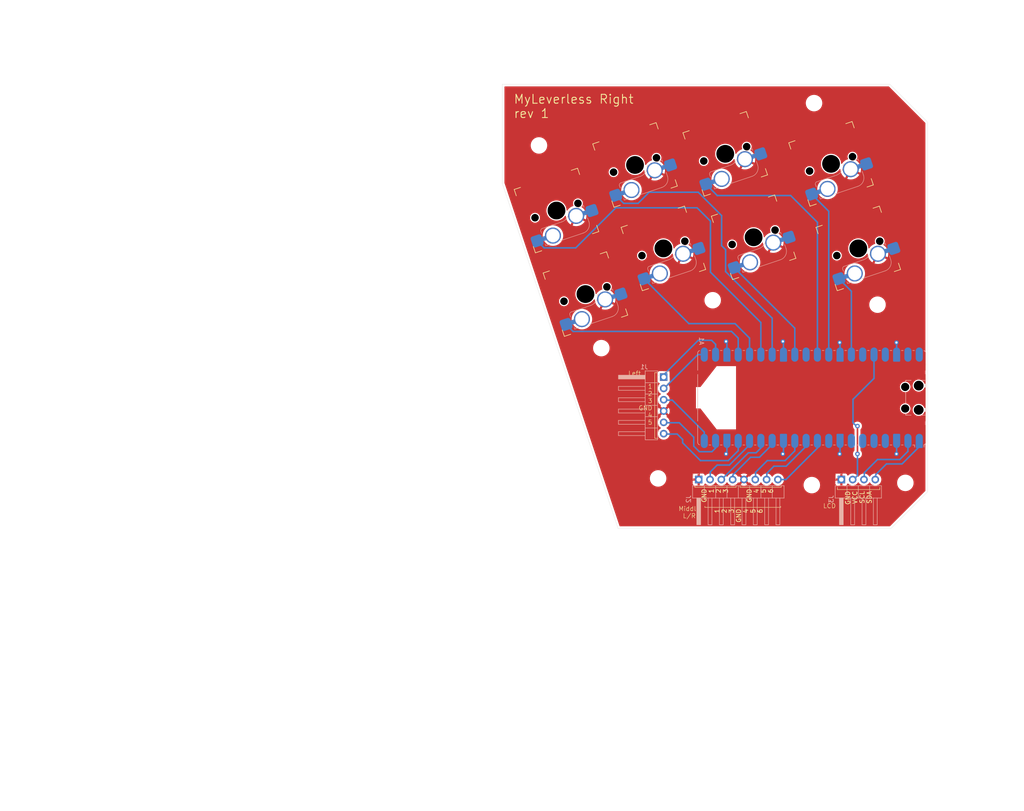
<source format=kicad_pcb>
(kicad_pcb (version 20241229) (generator "pcbnew") (generator_version "9.0")
  (layers (0 "F.Cu" signal) (2 "B.Cu" signal) (13 "F.Paste" user) (15 "B.Paste" user) (5 "F.SilkS" user "F.Silkscreen") (7 "B.SilkS" user "B.Silkscreen") (1 "F.Mask" user) (3 "B.Mask" user) (25 "Edge.Cuts" user))
  (net 0 "")
  (net 11 "GND")
  (net 12 "SW6")
  (net 13 "SW5")
  (net 14 "SW3")
  (net 15 "SW2")
  (net 16 "SW7")
  (net 17 "SW8")
  (net 18 "SW4")
  (net 19 "SW1")
  (net 20 "L_SW2")
  (net 21 "L_SW3")
  (net 22 "L_SW4")
  (net 23 "L_SW5")
  (net 24 "L_SW1")
  (net 25 "M_SW3")
  (net 26 "M_SW4")
  (net 27 "M_SW5")
  (net 28 "M_SW1")
  (net 29 "M_SW6")
  (net 30 "M_SW2")
  (net 31 "LCD_VCC")
  (net 32 "LCD_SDA")
  (net 33 "LCD_SCL")
  (footprint "KeySwitches:SW_MX_HotSwap_PTH" (layer "F.Cu") (at 148.933642 78.86527 18.54)
    (property "Reference" "SW1" (hide yes))
    (property "Value" "SW_Push" (hide yes))
    (pad "" np_thru_hole circle (at -5.08 -0.000001 18.54) (size 1.7 1.7) (drill 1.7) (layers "*.Mask"))
    (pad "" np_thru_hole circle (at 0 0 18.54) (size 4 4) (drill 4) (layers "*.Mask"))
    (pad "" np_thru_hole circle (at 5.08 0.000001 18.54) (size 1.7 1.7) (drill 1.7) (layers "*.Mask"))
    (pad "1" smd roundrect (at -6.29 5.08 18.54) (size 2.5 2.55) (layers "B.Cu" "B.Mask" "B.Paste") (roundrect_rratio 0.2) (net 19 "SW1"))
    (pad "1" smd rect (at -4.5 5.08 18.54) (size 3 1) (layers "B.Cu") (net 19 "SW1"))
    (pad "1" thru_hole circle (at -2.54 5.08 18.54) (size 3.6 3.6) (drill 3) (layers "*.Cu" "B.Mask") (net 19 "SW1"))
    (pad "2" thru_hole circle (at 3.81 2.54 18.54) (size 3.6 3.6) (drill 3) (layers "*.Cu" "B.Mask") (net 11 "GND"))
    (pad "2" smd rect (at 6 2.54 18.54) (size 3 1) (layers "B.Cu") (net 11 "GND"))
    (pad "2" smd roundrect (at 7.56 2.54 18.54) (size 2.5 2.55) (layers "B.Cu" "B.Mask" "B.Paste") (roundrect_rratio 0.2) (net 11 "GND"))
  )
  (footprint "KeySwitches:SW_MX_HotSwap_PTH" (layer "F.Cu") (at 142.433642 60.11527 18.54)
    (property "Reference" "SW5" (hide yes))
    (property "Value" "SW_Push" (hide yes))
    (pad "" np_thru_hole circle (at -5.08 -0.000001 18.54) (size 1.7 1.7) (drill 1.7) (layers "*.Mask"))
    (pad "" np_thru_hole circle (at 0 0 18.54) (size 4 4) (drill 4) (layers "*.Mask"))
    (pad "" np_thru_hole circle (at 5.08 0.000001 18.54) (size 1.7 1.7) (drill 1.7) (layers "*.Mask"))
    (pad "1" smd roundrect (at -6.29 5.08 18.54) (size 2.5 2.55) (layers "B.Cu" "B.Mask" "B.Paste") (roundrect_rratio 0.2) (net 13 "SW5"))
    (pad "1" smd rect (at -4.5 5.08 18.54) (size 3 1) (layers "B.Cu") (net 13 "SW5"))
    (pad "1" thru_hole circle (at -2.54 5.08 18.54) (size 3.6 3.6) (drill 3) (layers "*.Cu" "B.Mask") (net 13 "SW5"))
    (pad "2" thru_hole circle (at 3.81 2.54 18.54) (size 3.6 3.6) (drill 3) (layers "*.Cu" "B.Mask") (net 11 "GND"))
    (pad "2" smd rect (at 6 2.54 18.54) (size 3 1) (layers "B.Cu") (net 11 "GND"))
    (pad "2" smd roundrect (at 7.56 2.54 18.54) (size 2.5 2.55) (layers "B.Cu" "B.Mask" "B.Paste") (roundrect_rratio 0.2) (net 11 "GND"))
  )
  (footprint "KeySwitches:SW_MX_HotSwap_PTH" (layer "F.Cu") (at 204.066358 49.63473 18.54)
    (property "Reference" "SW8" (hide yes))
    (property "Value" "SW_Push" (hide yes))
    (pad "" np_thru_hole circle (at -5.08 -0.000001 18.54) (size 1.7 1.7) (drill 1.7) (layers "*.Mask"))
    (pad "" np_thru_hole circle (at 0 0 18.54) (size 4 4) (drill 4) (layers "*.Mask"))
    (pad "" np_thru_hole circle (at 5.08 0.000001 18.54) (size 1.7 1.7) (drill 1.7) (layers "*.Mask"))
    (pad "1" smd roundrect (at -6.29 5.08 18.54) (size 2.5 2.55) (layers "B.Cu" "B.Mask" "B.Paste") (roundrect_rratio 0.2) (net 17 "SW8"))
    (pad "1" smd rect (at -4.5 5.08 18.54) (size 3 1) (layers "B.Cu") (net 17 "SW8"))
    (pad "1" thru_hole circle (at -2.54 5.08 18.54) (size 3.6 3.6) (drill 3) (layers "*.Cu" "B.Mask") (net 17 "SW8"))
    (pad "2" thru_hole circle (at 3.81 2.54 18.54) (size 3.6 3.6) (drill 3) (layers "*.Cu" "B.Mask") (net 11 "GND"))
    (pad "2" smd rect (at 6 2.54 18.54) (size 3 1) (layers "B.Cu") (net 11 "GND"))
    (pad "2" smd roundrect (at 7.56 2.54 18.54) (size 2.5 2.55) (layers "B.Cu" "B.Mask" "B.Paste") (roundrect_rratio 0.2) (net 11 "GND"))
  )
  (footprint "MountingHole:MountingHole_3.2mm_M3_DIN965" (layer "F.Cu") (at 220.75 121.25)
    (property "Reference" "H8" (hide yes))
    (property "Value" "MountingHole" (hide yes))
    (pad "" np_thru_hole circle (at 0 0) (size 3.2 3.2) (drill 3.2) (layers "*.Cu" "*.Mask"))
  )
  (footprint "MountingHole:MountingHole_3.2mm_M3_DIN965" (layer "F.Cu") (at 138.5 45.5)
    (property "Reference" "H1" (hide yes))
    (property "Value" "MountingHole" (hide yes))
    (pad "" np_thru_hole circle (at 0 0) (size 3.2 3.2) (drill 3.2) (layers "*.Cu" "*.Mask"))
  )
  (footprint "MountingHole:MountingHole_3.2mm_M3_DIN965" (layer "F.Cu") (at 152.5 91)
    (property "Reference" "H3" (hide yes))
    (property "Value" "MountingHole" (hide yes))
    (pad "" np_thru_hole circle (at 0 0) (size 3.2 3.2) (drill 3.2) (layers "*.Cu" "*.Mask"))
  )
  (footprint "MountingHole:MountingHole_3.2mm_M3_DIN965" (layer "F.Cu") (at 199.75 121.75)
    (property "Reference" "H6" (hide yes))
    (property "Value" "MountingHole" (hide yes))
    (pad "" np_thru_hole circle (at 0 0) (size 3.2 3.2) (drill 3.2) (layers "*.Cu" "*.Mask"))
  )
  (footprint "KeySwitches:SW_MX_HotSwap_PTH" (layer "F.Cu") (at 186.683642 66.11527 18.54)
    (property "Reference" "SW3" (hide yes))
    (property "Value" "SW_Push" (hide yes))
    (pad "" np_thru_hole circle (at -5.08 -0.000001 18.54) (size 1.7 1.7) (drill 1.7) (layers "*.Mask"))
    (pad "" np_thru_hole circle (at 0 0 18.54) (size 4 4) (drill 4) (layers "*.Mask"))
    (pad "" np_thru_hole circle (at 5.08 0.000001 18.54) (size 1.7 1.7) (drill 1.7) (layers "*.Mask"))
    (pad "1" smd roundrect (at -6.29 5.08 18.54) (size 2.5 2.55) (layers "B.Cu" "B.Mask" "B.Paste") (roundrect_rratio 0.2) (net 14 "SW3"))
    (pad "1" smd rect (at -4.5 5.08 18.54) (size 3 1) (layers "B.Cu") (net 14 "SW3"))
    (pad "1" thru_hole circle (at -2.54 5.08 18.54) (size 3.6 3.6) (drill 3) (layers "*.Cu" "B.Mask") (net 14 "SW3"))
    (pad "2" thru_hole circle (at 3.81 2.54 18.54) (size 3.6 3.6) (drill 3) (layers "*.Cu" "B.Mask") (net 11 "GND"))
    (pad "2" smd rect (at 6 2.54 18.54) (size 3 1) (layers "B.Cu") (net 11 "GND"))
    (pad "2" smd roundrect (at 7.56 2.54 18.54) (size 2.5 2.55) (layers "B.Cu" "B.Mask" "B.Paste") (roundrect_rratio 0.2) (net 11 "GND"))
  )
  (footprint "MountingHole:MountingHole_3.2mm_M3_DIN965" (layer "F.Cu") (at 165.25 120.25)
    (property "Reference" "H7" (hide yes))
    (property "Value" "MountingHole" (hide yes))
    (pad "" np_thru_hole circle (at 0 0) (size 3.2 3.2) (drill 3.2) (layers "*.Cu" "*.Mask"))
  )
  (footprint "MountingHole:MountingHole_3.2mm_M3_DIN965" (layer "F.Cu") (at 177.5 80.25)
    (property "Reference" "H5" (hide yes))
    (property "Value" "MountingHole" (hide yes))
    (pad "" np_thru_hole circle (at 0 0) (size 3.2 3.2) (drill 3.2) (layers "*.Cu" "*.Mask"))
  )
  (footprint "KeySwitches:SW_MX_HotSwap_PTH" (layer "F.Cu") (at 160.066358 49.88473 18.54)
    (property "Reference" "SW6" (hide yes))
    (property "Value" "SW_Push" (hide yes))
    (pad "" np_thru_hole circle (at -5.08 -0.000001 18.54) (size 1.7 1.7) (drill 1.7) (layers "*.Mask"))
    (pad "" np_thru_hole circle (at 0 0 18.54) (size 4 4) (drill 4) (layers "*.Mask"))
    (pad "" np_thru_hole circle (at 5.08 0.000001 18.54) (size 1.7 1.7) (drill 1.7) (layers "*.Mask"))
    (pad "1" smd roundrect (at -6.29 5.08 18.54) (size 2.5 2.55) (layers "B.Cu" "B.Mask" "B.Paste") (roundrect_rratio 0.2) (net 12 "SW6"))
    (pad "1" smd rect (at -4.5 5.08 18.54) (size 3 1) (layers "B.Cu") (net 12 "SW6"))
    (pad "1" thru_hole circle (at -2.54 5.08 18.54) (size 3.6 3.6) (drill 3) (layers "*.Cu" "B.Mask") (net 12 "SW6"))
    (pad "2" thru_hole circle (at 3.81 2.54 18.54) (size 3.6 3.6) (drill 3) (layers "*.Cu" "B.Mask") (net 11 "GND"))
    (pad "2" smd rect (at 6 2.54 18.54) (size 3 1) (layers "B.Cu") (net 11 "GND"))
    (pad "2" smd roundrect (at 7.56 2.54 18.54) (size 2.5 2.55) (layers "B.Cu" "B.Mask" "B.Paste") (roundrect_rratio 0.2) (net 11 "GND"))
  )
  (footprint "KeySwitches:SW_MX_HotSwap_PTH" (layer "F.Cu") (at 180.316358 47.38473 18.54)
    (property "Reference" "SW7" (hide yes))
    (property "Value" "SW_Push" (hide yes))
    (pad "" np_thru_hole circle (at -5.08 -0.000001 18.54) (size 1.7 1.7) (drill 1.7) (layers "*.Mask"))
    (pad "" np_thru_hole circle (at 0 0 18.54) (size 4 4) (drill 4) (layers "*.Mask"))
    (pad "" np_thru_hole circle (at 5.08 0.000001 18.54) (size 1.7 1.7) (drill 1.7) (layers "*.Mask"))
    (pad "1" smd roundrect (at -6.29 5.08 18.54) (size 2.5 2.55) (layers "B.Cu" "B.Mask" "B.Paste") (roundrect_rratio 0.2) (net 16 "SW7"))
    (pad "1" smd rect (at -4.5 5.08 18.54) (size 3 1) (layers "B.Cu") (net 16 "SW7"))
    (pad "1" thru_hole circle (at -2.54 5.08 18.54) (size 3.6 3.6) (drill 3) (layers "*.Cu" "B.Mask") (net 16 "SW7"))
    (pad "2" thru_hole circle (at 3.81 2.54 18.54) (size 3.6 3.6) (drill 3) (layers "*.Cu" "B.Mask") (net 11 "GND"))
    (pad "2" smd rect (at 6 2.54 18.54) (size 3 1) (layers "B.Cu") (net 11 "GND"))
    (pad "2" smd roundrect (at 7.56 2.54 18.54) (size 2.5 2.55) (layers "B.Cu" "B.Mask" "B.Paste") (roundrect_rratio 0.2) (net 11 "GND"))
  )
  (footprint "MountingHole:MountingHole_3.2mm_M3_DIN965" (layer "F.Cu") (at 214.5 81.25)
    (property "Reference" "H4" (hide yes))
    (property "Value" "MountingHole" (hide yes))
    (pad "" np_thru_hole circle (at 0 0) (size 3.2 3.2) (drill 3.2) (layers "*.Cu" "*.Mask"))
  )
  (footprint "KeySwitches:SW_MX_HotSwap_PTH" (layer "F.Cu") (at 210.183642 68.61527 18.54)
    (property "Reference" "SW4" (hide yes))
    (property "Value" "SW_Push" (hide yes))
    (pad "" np_thru_hole circle (at -5.08 -0.000001 18.54) (size 1.7 1.7) (drill 1.7) (layers "*.Mask"))
    (pad "" np_thru_hole circle (at 0 0 18.54) (size 4 4) (drill 4) (layers "*.Mask"))
    (pad "" np_thru_hole circle (at 5.08 0.000001 18.54) (size 1.7 1.7) (drill 1.7) (layers "*.Mask"))
    (pad "1" smd roundrect (at -6.29 5.08 18.54) (size 2.5 2.55) (layers "B.Cu" "B.Mask" "B.Paste") (roundrect_rratio 0.2) (net 18 "SW4"))
    (pad "1" smd rect (at -4.5 5.08 18.54) (size 3 1) (layers "B.Cu") (net 18 "SW4"))
    (pad "1" thru_hole circle (at -2.54 5.08 18.54) (size 3.6 3.6) (drill 3) (layers "*.Cu" "B.Mask") (net 18 "SW4"))
    (pad "2" thru_hole circle (at 3.81 2.54 18.54) (size 3.6 3.6) (drill 3) (layers "*.Cu" "B.Mask") (net 11 "GND"))
    (pad "2" smd rect (at 6 2.54 18.54) (size 3 1) (layers "B.Cu") (net 11 "GND"))
    (pad "2" smd roundrect (at 7.56 2.54 18.54) (size 2.5 2.55) (layers "B.Cu" "B.Mask" "B.Paste") (roundrect_rratio 0.2) (net 11 "GND"))
  )
  (footprint "MountingHole:MountingHole_3.2mm_M3_DIN965" (layer "F.Cu") (at 200.25 36)
    (property "Reference" "H2" (hide yes))
    (property "Value" "MountingHole" (hide yes))
    (pad "" np_thru_hole circle (at 0 0) (size 3.2 3.2) (drill 3.2) (layers "*.Cu" "*.Mask"))
  )
  (footprint "KeySwitches:SW_MX_HotSwap_PTH" (layer "F.Cu") (at 166.433642 68.61527 18.54)
    (property "Reference" "SW2" (hide yes))
    (property "Value" "SW_Push" (hide yes))
    (pad "" np_thru_hole circle (at -5.08 -0.000001 18.54) (size 1.7 1.7) (drill 1.7) (layers "*.Mask"))
    (pad "" np_thru_hole circle (at 0 0 18.54) (size 4 4) (drill 4) (layers "*.Mask"))
    (pad "" np_thru_hole circle (at 5.08 0.000001 18.54) (size 1.7 1.7) (drill 1.7) (layers "*.Mask"))
    (pad "1" smd roundrect (at -6.29 5.08 18.54) (size 2.5 2.55) (layers "B.Cu" "B.Mask" "B.Paste") (roundrect_rratio 0.2) (net 15 "SW2"))
    (pad "1" smd rect (at -4.5 5.08 18.54) (size 3 1) (layers "B.Cu") (net 15 "SW2"))
    (pad "1" thru_hole circle (at -2.54 5.08 18.54) (size 3.6 3.6) (drill 3) (layers "*.Cu" "B.Mask") (net 15 "SW2"))
    (pad "2" thru_hole circle (at 3.81 2.54 18.54) (size 3.6 3.6) (drill 3) (layers "*.Cu" "B.Mask") (net 11 "GND"))
    (pad "2" smd rect (at 6 2.54 18.54) (size 3 1) (layers "B.Cu") (net 11 "GND"))
    (pad "2" smd roundrect (at 7.56 2.54 18.54) (size 2.5 2.55) (layers "B.Cu" "B.Mask" "B.Paste") (roundrect_rratio 0.2) (net 11 "GND"))
  )
  (footprint "Connector_PinHeader_2.54mm:PinHeader_1x06_P2.54mm_Horizontal" (layer "B.Cu") (at 166.5 97.5 180)
    (property "Reference" "J1" (at 4.385 2.27 0) (layer "B.SilkS") (effects (justify mirror)))
    (property "Value" "Left")
    (pad "1" thru_hole rect (at 0 0 180) (size 1.7 1.7) (drill 1) (layers "*.Cu" "*.Mask") (net 24 "L_SW1"))
    (pad "2" thru_hole circle (at 0 -2.54 180) (size 1.7 1.7) (drill 1) (layers "*.Cu" "*.Mask") (net 20 "L_SW2"))
    (pad "3" thru_hole circle (at 0 -5.08 180) (size 1.7 1.7) (drill 1) (layers "*.Cu" "*.Mask") (net 21 "L_SW3"))
    (pad "4" thru_hole circle (at 0 -7.62 180) (size 1.7 1.7) (drill 1) (layers "*.Cu" "*.Mask") (net 11 "GND"))
    (pad "5" thru_hole circle (at 0 -10.16 180) (size 1.7 1.7) (drill 1) (layers "*.Cu" "*.Mask") (net 22 "L_SW4"))
    (pad "6" thru_hole circle (at 0 -12.7 180) (size 1.7 1.7) (drill 1) (layers "*.Cu" "*.Mask") (net 23 "L_SW5"))
  )
  (footprint "Connector_PinHeader_2.54mm:PinHeader_1x08_P2.54mm_Horizontal" (layer "B.Cu") (at 174.36 120.5 -90)
    (property "Reference" "J2" (at 4.385 2.27 90) (layer "B.SilkS") (effects (justify mirror)))
    (property "Value" "Middle")
    (pad "1" thru_hole rect (at 0 0 270) (size 1.7 1.7) (drill 1) (layers "*.Cu" "*.Mask") (net 11 "GND"))
    (pad "2" thru_hole circle (at 0 -2.54 270) (size 1.7 1.7) (drill 1) (layers "*.Cu" "*.Mask") (net 28 "M_SW1"))
    (pad "3" thru_hole circle (at 0 -5.08 270) (size 1.7 1.7) (drill 1) (layers "*.Cu" "*.Mask") (net 30 "M_SW2"))
    (pad "4" thru_hole circle (at 0 -7.62 270) (size 1.7 1.7) (drill 1) (layers "*.Cu" "*.Mask") (net 25 "M_SW3"))
    (pad "5" thru_hole circle (at 0 -10.16 270) (size 1.7 1.7) (drill 1) (layers "*.Cu" "*.Mask") (net 11 "GND"))
    (pad "6" thru_hole circle (at 0 -12.7 270) (size 1.7 1.7) (drill 1) (layers "*.Cu" "*.Mask") (net 26 "M_SW4"))
    (pad "7" thru_hole circle (at 0 -15.24 270) (size 1.7 1.7) (drill 1) (layers "*.Cu" "*.Mask") (net 27 "M_SW5"))
    (pad "8" thru_hole circle (at 0 -17.78 270) (size 1.7 1.7) (drill 1) (layers "*.Cu" "*.Mask") (net 29 "M_SW6"))
  )
  (footprint "Connector_PinHeader_2.54mm:PinHeader_1x04_P2.54mm_Horizontal" (layer "B.Cu") (at 206.38 120.5 -90)
    (property "Reference" "J3" (at 4.385 2.27 90) (layer "B.SilkS") (effects (justify mirror)))
    (property "Value" "LCD")
    (pad "1" thru_hole rect (at 0 0 270) (size 1.7 1.7) (drill 1) (layers "*.Cu" "*.Mask") (net 11 "GND"))
    (pad "2" thru_hole circle (at 0 -2.54 270) (size 1.7 1.7) (drill 1) (layers "*.Cu" "*.Mask") (net 31 "LCD_VCC"))
    (pad "3" thru_hole circle (at 0 -5.08 270) (size 1.7 1.7) (drill 1) (layers "*.Cu" "*.Mask") (net 33 "LCD_SCL"))
    (pad "4" thru_hole circle (at 0 -7.62 270) (size 1.7 1.7) (drill 1) (layers "*.Cu" "*.Mask") (net 32 "LCD_SDA"))
  )
  (footprint "Module:RaspberryPi_Pico_Common_SMD" (layer "B.Cu") (at 199.74 102.14 90)
    (property "Reference" "A1" (at 11.7475 -24.765 270) (layer "B.SilkS") (effects (justify left mirror)))
    (property "Value" "RaspberryPi_Pico")
    (pad "" smd rect (at -8.89 -24.13 90) (size 3.8 2.2) (drill (offset -0.8 0)) (layers "B.Paste"))
    (pad "" smd rect (at -8.89 -21.59 90) (size 3.8 2.2) (drill (offset -0.8 0)) (layers "B.Paste"))
    (pad "" smd rect (at -8.89 -19.05 90) (size 3.8 2.2) (drill (offset -0.8 0)) (layers "B.Paste"))
    (pad "" smd rect (at -8.89 -16.51 90) (size 3.8 2.2) (drill (offset -0.8 0)) (layers "B.Paste"))
    (pad "" smd rect (at -8.89 -13.97 90) (size 3.8 2.2) (drill (offset -0.8 0)) (layers "B.Paste"))
    (pad "" smd rect (at -8.89 -11.43 90) (size 3.8 2.2) (drill (offset -0.8 0)) (layers "B.Paste"))
    (pad "" smd rect (at -8.89 -8.89 90) (size 3.8 2.2) (drill (offset -0.8 0)) (layers "B.Paste"))
    (pad "" smd rect (at -8.89 -6.35 90) (size 3.8 2.2) (drill (offset -0.8 0)) (layers "B.Paste"))
    (pad "" smd rect (at -8.89 -3.81 90) (size 3.8 2.2) (drill (offset -0.8 0)) (layers "B.Paste"))
    (pad "" smd rect (at -8.89 -1.27 90) (size 3.8 2.2) (drill (offset -0.8 0)) (layers "B.Paste"))
    (pad "" smd rect (at -8.89 1.27 90) (size 3.8 2.2) (drill (offset -0.8 0)) (layers "B.Paste"))
    (pad "" smd rect (at -8.89 3.81 90) (size 3.8 2.2) (drill (offset -0.8 0)) (layers "B.Paste"))
    (pad "" smd rect (at -8.89 6.35 90) (size 3.8 2.2) (drill (offset -0.8 0)) (layers "B.Paste"))
    (pad "" smd rect (at -8.89 8.89 90) (size 3.8 2.2) (drill (offset -0.8 0)) (layers "B.Paste"))
    (pad "" smd rect (at -8.89 11.43 90) (size 3.8 2.2) (drill (offset -0.8 0)) (layers "B.Paste"))
    (pad "" smd rect (at -8.89 13.97 90) (size 3.8 2.2) (drill (offset -0.8 0)) (layers "B.Paste"))
    (pad "" smd rect (at -8.89 16.51 90) (size 3.8 2.2) (drill (offset -0.8 0)) (layers "B.Paste"))
    (pad "" smd rect (at -8.89 19.05 90) (size 3.8 2.2) (drill (offset -0.8 0)) (layers "B.Paste"))
    (pad "" smd rect (at -8.89 21.59 90) (size 3.8 2.2) (drill (offset -0.8 0)) (layers "B.Paste"))
    (pad "" smd rect (at -8.89 24.13 90) (size 3.8 2.2) (drill (offset -0.8 0)) (layers "B.Paste"))
    (pad "" np_thru_hole circle (at -2.725 24 90) (size 2.2 2.2) (drill 2.2) (layers "*.Mask"))
    (pad "" np_thru_hole circle (at -2.425 20.97 90) (size 1.85 1.85) (drill 1.85) (layers "*.Mask"))
    (pad "" np_thru_hole circle (at 2.425 20.97 90) (size 1.85 1.85) (drill 1.85) (layers "*.Mask"))
    (pad "" np_thru_hole circle (at 2.725 24 90) (size 2.2 2.2) (drill 2.2) (layers "*.Mask"))
    (pad "" smd rect (at 8.89 -24.13 90) (size 3.8 2.2) (drill (offset 0.8 0)) (layers "B.Paste"))
    (pad "" smd rect (at 8.89 -21.59 90) (size 3.8 2.2) (drill (offset 0.8 0)) (layers "B.Paste"))
    (pad "" smd rect (at 8.89 -19.05 90) (size 3.8 2.2) (drill (offset 0.8 0)) (layers "B.Paste"))
    (pad "" smd rect (at 8.89 -16.51 90) (size 3.8 2.2) (drill (offset 0.8 0)) (layers "B.Paste"))
    (pad "" smd rect (at 8.89 -13.97 90) (size 3.8 2.2) (drill (offset 0.8 0)) (layers "B.Paste"))
    (pad "" smd rect (at 8.89 -11.43 90) (size 3.8 2.2) (drill (offset 0.8 0)) (layers "B.Paste"))
    (pad "" smd rect (at 8.89 -8.89 90) (size 3.8 2.2) (drill (offset 0.8 0)) (layers "B.Paste"))
    (pad "" smd rect (at 8.89 -6.35 90) (size 3.8 2.2) (drill (offset 0.8 0)) (layers "B.Paste"))
    (pad "" smd rect (at 8.89 -3.81 90) (size 3.8 2.2) (drill (offset 0.8 0)) (layers "B.Paste"))
    (pad "" smd rect (at 8.89 -1.27 90) (size 3.8 2.2) (drill (offset 0.8 0)) (layers "B.Paste"))
    (pad "" smd rect (at 8.89 1.27 90) (size 3.8 2.2) (drill (offset 0.8 0)) (layers "B.Paste"))
    (pad "" smd rect (at 8.89 3.81 90) (size 3.8 2.2) (drill (offset 0.8 0)) (layers "B.Paste"))
    (pad "" smd rect (at 8.89 6.35 90) (size 3.8 2.2) (drill (offset 0.8 0)) (layers "B.Paste"))
    (pad "" smd rect (at 8.89 8.89 90) (size 3.8 2.2) (drill (offset 0.8 0)) (layers "B.Paste"))
    (pad "" smd rect (at 8.89 11.43 90) (size 3.8 2.2) (drill (offset 0.8 0)) (layers "B.Paste"))
    (pad "" smd rect (at 8.89 13.97 90) (size 3.8 2.2) (drill (offset 0.8 0)) (layers "B.Paste"))
    (pad "" smd rect (at 8.89 16.51 90) (size 3.8 2.2) (drill (offset 0.8 0)) (layers "B.Paste"))
    (pad "" smd rect (at 8.89 19.05 90) (size 3.8 2.2) (drill (offset 0.8 0)) (layers "B.Paste"))
    (pad "" smd rect (at 8.89 21.59 90) (size 3.8 2.2) (drill (offset 0.8 0)) (layers "B.Paste"))
    (pad "" smd rect (at 8.89 24.13 90) (size 3.8 2.2) (drill (offset 0.8 0)) (layers "B.Paste"))
    (pad "1" smd custom (at -9.69 24.13 90) (size 1.6 0.8) (layers "B.Cu" "B.Mask") (net 32 "LCD_SDA") (options (clearance outline) (anchor rect)) (primitives (gr_circle (center 0.8 0) (end 1.6 0) (width 0) (fill yes)) (gr_poly (pts (xy -1.6 0.6) (xy -1.6 -0.6) (xy -1.4 -0.8) (xy 0.8 -0.8) (xy 0.8 0.8) (xy -1.4 0.8)) (width 0) (fill yes)) (gr_circle (center -1.4 0.6) (end -1.2 0.6) (width 0) (fill yes)) (gr_circle (center -1.4 -0.6) (end -1.2 -0.6) (width 0) (fill yes))))
    (pad "2" smd roundrect (at -9.69 21.59 90) (size 3.2 1.6) (layers "B.Cu" "B.Mask") (roundrect_rratio 0.5) (net 33 "LCD_SCL"))
    (pad "3" smd custom (at -9.69 19.05 90) (size 1.6 0.8) (layers "B.Cu" "B.Mask") (net 11 "GND") (options (clearance outline) (anchor rect)) (primitives (gr_circle (center -0.8 0) (end 0 0) (width 0) (fill yes)) (gr_poly (pts (xy 1.6 0.6) (xy 1.6 -0.6) (xy 1.4 -0.8) (xy -0.8 -0.8) (xy -0.8 0.8) (xy 1.4 0.8)) (width 0) (fill yes)) (gr_circle (center 1.4 0.6) (end 1.6 0.6) (width 0) (fill yes)) (gr_circle (center 1.4 -0.6) (end 1.6 -0.6) (width 0) (fill yes))))
    (pad "4" smd roundrect (at -9.69 16.51 90) (size 3.2 1.6) (layers "B.Cu" "B.Mask") (roundrect_rratio 0.5))
    (pad "5" smd roundrect (at -9.69 13.97 90) (size 3.2 1.6) (layers "B.Cu" "B.Mask") (roundrect_rratio 0.5))
    (pad "6" smd roundrect (at -9.69 11.43 90) (size 3.2 1.6) (layers "B.Cu" "B.Mask") (roundrect_rratio 0.5))
    (pad "7" smd roundrect (at -9.69 8.89 90) (size 3.2 1.6) (layers "B.Cu" "B.Mask") (roundrect_rratio 0.5))
    (pad "8" smd custom (at -9.69 6.35 90) (size 1.6 0.8) (layers "B.Cu" "B.Mask") (net 11 "GND") (options (clearance outline) (anchor rect)) (primitives (gr_circle (center -0.8 0) (end 0 0) (width 0) (fill yes)) (gr_poly (pts (xy 1.6 0.6) (xy 1.6 -0.6) (xy 1.4 -0.8) (xy -0.8 -0.8) (xy -0.8 0.8) (xy 1.4 0.8)) (width 0) (fill yes)) (gr_circle (center 1.4 0.6) (end 1.6 0.6) (width 0) (fill yes)) (gr_circle (center 1.4 -0.6) (end 1.6 -0.6) (width 0) (fill yes))))
    (pad "9" smd roundrect (at -9.69 3.81 90) (size 3.2 1.6) (layers "B.Cu" "B.Mask") (roundrect_rratio 0.5))
    (pad "10" smd roundrect (at -9.69 1.27 90) (size 3.2 1.6) (layers "B.Cu" "B.Mask") (roundrect_rratio 0.5) (net 29 "M_SW6"))
    (pad "11" smd roundrect (at -9.69 -1.27 90) (size 3.2 1.6) (layers "B.Cu" "B.Mask") (roundrect_rratio 0.5) (net 27 "M_SW5"))
    (pad "12" smd roundrect (at -9.69 -3.81 90) (size 3.2 1.6) (layers "B.Cu" "B.Mask") (roundrect_rratio 0.5) (net 26 "M_SW4"))
    (pad "13" smd custom (at -9.69 -6.35 90) (size 1.6 0.8) (layers "B.Cu" "B.Mask") (net 11 "GND") (options (clearance outline) (anchor rect)) (primitives (gr_circle (center -0.8 0) (end 0 0) (width 0) (fill yes)) (gr_poly (pts (xy 1.6 0.6) (xy 1.6 -0.6) (xy 1.4 -0.8) (xy -0.8 -0.8) (xy -0.8 0.8) (xy 1.4 0.8)) (width 0) (fill yes)) (gr_circle (center 1.4 0.6) (end 1.6 0.6) (width 0) (fill yes)) (gr_circle (center 1.4 -0.6) (end 1.6 -0.6) (width 0) (fill yes))))
    (pad "14" smd roundrect (at -9.69 -8.89 90) (size 3.2 1.6) (layers "B.Cu" "B.Mask") (roundrect_rratio 0.5) (net 25 "M_SW3"))
    (pad "15" smd roundrect (at -9.69 -11.43 90) (size 3.2 1.6) (layers "B.Cu" "B.Mask") (roundrect_rratio 0.5) (net 30 "M_SW2"))
    (pad "16" smd roundrect (at -9.69 -13.97 90) (size 3.2 1.6) (layers "B.Cu" "B.Mask") (roundrect_rratio 0.5) (net 28 "M_SW1"))
    (pad "17" smd roundrect (at -9.69 -16.51 90) (size 3.2 1.6) (layers "B.Cu" "B.Mask") (roundrect_rratio 0.5) (net 23 "L_SW5"))
    (pad "18" smd custom (at -9.69 -19.05 90) (size 1.6 0.8) (layers "B.Cu" "B.Mask") (net 11 "GND") (options (clearance outline) (anchor rect)) (primitives (gr_circle (center -0.8 0) (end 0 0) (width 0) (fill yes)) (gr_poly (pts (xy 1.6 0.6) (xy 1.6 -0.6) (xy 1.4 -0.8) (xy -0.8 -0.8) (xy -0.8 0.8) (xy 1.4 0.8)) (width 0) (fill yes)) (gr_circle (center 1.4 0.6) (end 1.6 0.6) (width 0) (fill yes)) (gr_circle (center 1.4 -0.6) (end 1.6 -0.6) (width 0) (fill yes))))
    (pad "19" smd roundrect (at -9.69 -21.59 90) (size 3.2 1.6) (layers "B.Cu" "B.Mask") (roundrect_rratio 0.5) (net 22 "L_SW4"))
    (pad "20" smd roundrect (at -9.69 -24.13 90) (size 3.2 1.6) (layers "B.Cu" "B.Mask") (roundrect_rratio 0.5) (net 21 "L_SW3"))
    (pad "21" smd roundrect (at 9.69 -24.13 90) (size 3.2 1.6) (layers "B.Cu" "B.Mask") (roundrect_rratio 0.5) (net 20 "L_SW2"))
    (pad "22" smd roundrect (at 9.69 -21.59 90) (size 3.2 1.6) (layers "B.Cu" "B.Mask") (roundrect_rratio 0.5) (net 24 "L_SW1"))
    (pad "23" smd custom (at 9.69 -19.05 90) (size 1.6 0.8) (layers "B.Cu" "B.Mask") (net 11 "GND") (options (clearance outline) (anchor rect)) (primitives (gr_circle (center 0.8 0) (end 1.6 0) (width 0) (fill yes)) (gr_poly (pts (xy -1.6 0.6) (xy -1.6 -0.6) (xy -1.4 -0.8) (xy 0.8 -0.8) (xy 0.8 0.8) (xy -1.4 0.8)) (width 0) (fill yes)) (gr_circle (center -1.4 0.6) (end -1.2 0.6) (width 0) (fill yes)) (gr_circle (center -1.4 -0.6) (end -1.2 -0.6) (width 0) (fill yes))))
    (pad "24" smd roundrect (at 9.69 -16.51 90) (size 3.2 1.6) (layers "B.Cu" "B.Mask") (roundrect_rratio 0.5) (net 19 "SW1"))
    (pad "25" smd roundrect (at 9.69 -13.97 90) (size 3.2 1.6) (layers "B.Cu" "B.Mask") (roundrect_rratio 0.5) (net 15 "SW2"))
    (pad "26" smd roundrect (at 9.69 -11.43 90) (size 3.2 1.6) (layers "B.Cu" "B.Mask") (roundrect_rratio 0.5) (net 13 "SW5"))
    (pad "27" smd roundrect (at 9.69 -8.89 90) (size 3.2 1.6) (layers "B.Cu" "B.Mask") (roundrect_rratio 0.5) (net 12 "SW6"))
    (pad "28" smd custom (at 9.69 -6.35 90) (size 1.6 0.8) (layers "B.Cu" "B.Mask") (net 11 "GND") (options (clearance outline) (anchor rect)) (primitives (gr_circle (center 0.8 0) (end 1.6 0) (width 0) (fill yes)) (gr_poly (pts (xy -1.6 0.6) (xy -1.6 -0.6) (xy -1.4 -0.8) (xy 0.8 -0.8) (xy 0.8 0.8) (xy -1.4 0.8)) (width 0) (fill yes)) (gr_circle (center -1.4 0.6) (end -1.2 0.6) (width 0) (fill yes)) (gr_circle (center -1.4 -0.6) (end -1.2 -0.6) (width 0) (fill yes))))
    (pad "29" smd roundrect (at 9.69 -3.81 90) (size 3.2 1.6) (layers "B.Cu" "B.Mask") (roundrect_rratio 0.5) (net 14 "SW3"))
    (pad "30" smd roundrect (at 9.69 -1.27 90) (size 3.2 1.6) (layers "B.Cu" "B.Mask") (roundrect_rratio 0.5))
    (pad "31" smd roundrect (at 9.69 1.27 90) (size 3.2 1.6) (layers "B.Cu" "B.Mask") (roundrect_rratio 0.5) (net 16 "SW7"))
    (pad "32" smd roundrect (at 9.69 3.81 90) (size 3.2 1.6) (layers "B.Cu" "B.Mask") (roundrect_rratio 0.5) (net 17 "SW8"))
    (pad "33" smd custom (at 9.69 6.35 90) (size 1.6 0.8) (layers "B.Cu" "B.Mask") (net 11 "GND") (options (clearance outline) (anchor rect)) (primitives (gr_circle (center 0.8 0) (end 1.6 0) (width 0) (fill yes)) (gr_poly (pts (xy -1.6 0.6) (xy -1.6 -0.6) (xy -1.4 -0.8) (xy 0.8 -0.8) (xy 0.8 0.8) (xy -1.4 0.8)) (width 0) (fill yes)) (gr_circle (center -1.4 0.6) (end -1.2 0.6) (width 0) (fill yes)) (gr_circle (center -1.4 -0.6) (end -1.2 -0.6) (width 0) (fill yes))))
    (pad "34" smd roundrect (at 9.69 8.89 90) (size 3.2 1.6) (layers "B.Cu" "B.Mask") (roundrect_rratio 0.5) (net 18 "SW4"))
    (pad "35" smd roundrect (at 9.69 11.43 90) (size 3.2 1.6) (layers "B.Cu" "B.Mask") (roundrect_rratio 0.5))
    (pad "36" smd roundrect (at 9.69 13.97 90) (size 3.2 1.6) (layers "B.Cu" "B.Mask") (roundrect_rratio 0.5) (net 31 "LCD_VCC"))
    (pad "37" smd roundrect (at 9.69 16.51 90) (size 3.2 1.6) (layers "B.Cu" "B.Mask") (roundrect_rratio 0.5))
    (pad "38" smd custom (at 9.69 19.05 90) (size 1.6 0.8) (layers "B.Cu" "B.Mask") (net 11 "GND") (options (clearance outline) (anchor rect)) (primitives (gr_circle (center 0.8 0) (end 1.6 0) (width 0) (fill yes)) (gr_poly (pts (xy -1.6 0.6) (xy -1.6 -0.6) (xy -1.4 -0.8) (xy 0.8 -0.8) (xy 0.8 0.8) (xy -1.4 0.8)) (width 0) (fill yes)) (gr_circle (center -1.4 0.6) (end -1.2 0.6) (width 0) (fill yes)) (gr_circle (center -1.4 -0.6) (end -1.2 -0.6) (width 0) (fill yes))))
    (pad "39" smd roundrect (at 9.69 21.59 90) (size 3.2 1.6) (layers "B.Cu" "B.Mask") (roundrect_rratio 0.5))
    (pad "40" smd roundrect (at 9.69 24.13 90) (size 3.2 1.6) (layers "B.Cu" "B.Mask") (roundrect_rratio 0.5))
    (zone (net 0) (net_name "") (layers "F.Cu" "B.Cu" "F.Paste" "B.Paste") (name "Antenna Copper Keep Out") (connect_pads (clearance 0)) (min_thickness 0.254)
      (keepout (tracks not_allowed) (vias not_allowed) (pads not_allowed) (copperpour not_allowed) (footprints allowed))
      (fill (thermal_gap 0.508) (thermal_bridge_width 0.508))
      (polygon (pts (xy 174.750105 104.54) (xy 178.400105 109.24) (xy 182.74 109.24) (xy 182.74 95.04) (xy 178.400105 95.04) (xy 174.750105 99.74) (xy 173.74 99.74) (xy 173.74 104.54)))
    )
  )
  (gr_line (start 175.75 126.5) (end 175.75 126.75) (stroke (width 0.1)) (layer "F.SilkS"))
  (gr_line (start 183.625 122.25) (end 192.875 122.25) (stroke (width 0.1)) (layer "F.SilkS"))
  (gr_line (start 165 96.5) (end 164.5 96.5) (stroke (width 0.1)) (layer "F.SilkS"))
  (gr_line (start 173.5 122) (end 173.5 122.25) (stroke (width 0.1)) (layer "F.SilkS"))
  (gr_line (start 215 122.75) (end 215 122.25) (stroke (width 0.1)) (layer "F.SilkS"))
  (gr_line (start 175.75 126.75) (end 192.75 126.75) (stroke (width 0.1)) (layer "F.SilkS"))
  (gr_line (start 183.625 122) (end 183.625 122.25) (stroke (width 0.1)) (layer "F.SilkS"))
  (gr_line (start 205.5 122.75) (end 215 122.75) (stroke (width 0.1)) (layer "F.SilkS"))
  (gr_line (start 192.75 126.75) (end 192.75 126.5) (stroke (width 0.1)) (layer "F.SilkS"))
  (gr_line (start 192.875 122.25) (end 192.875 122) (stroke (width 0.1)) (layer "F.SilkS"))
  (gr_line (start 205.5 122.25) (end 205.5 122.75) (stroke (width 0.1)) (layer "F.SilkS"))
  (gr_line (start 164.5 96.5) (end 164.5 111.25) (stroke (width 0.1)) (layer "F.SilkS"))
  (gr_line (start 164.5 111.25) (end 165.25 111.25) (stroke (width 0.1)) (layer "F.SilkS"))
  (gr_line (start 173.5 122.25) (end 182.75 122.25) (stroke (width 0.1)) (layer "F.SilkS"))
  (gr_line (start 182.75 122.25) (end 182.75 122) (stroke (width 0.1)) (layer "F.SilkS"))
  (gr_line (start 130.25 54) (end 130.25 31.75) (stroke (width 0.05)) (layer "Edge.Cuts"))
  (gr_line (start 217.5 131.5) (end 156.25 131.5) (stroke (width 0.05)) (layer "Edge.Cuts"))
  (gr_line (start 225.75 40.25) (end 217.25 31.75) (stroke (width 0.05)) (layer "Edge.Cuts"))
  (gr_line (start 156.25 131.5) (end 130.25 54) (stroke (width 0.05)) (layer "Edge.Cuts"))
  (gr_line (start 225.75 123.25) (end 225.75 40.25) (stroke (width 0.05)) (layer "Edge.Cuts"))
  (gr_line (start 130.25 31.75) (end 217.25 31.75) (stroke (width 0.05)) (layer "Edge.Cuts"))
  (gr_line (start 217.5 131.5) (end 225.75 123.25) (stroke (width 0.05)) (layer "Edge.Cuts"))
  (gr_text "Middle\nL/R" (at 172.25 129.25 0) (layer "F.SilkS") (effects (font (size 1 1) (thickness 0.1)) (justify bottom)))
  (gr_text "Left" (at 158.5 97.25 0) (layer "F.SilkS") (effects (font (size 1 1) (thickness 0.1)) (justify left bottom)))
  (gr_text "GND\nVCC\nSCL\nSDA" (at 213.25 123 90) (layer "F.SilkS") (effects (font (size 1 1)) (justify right bottom)))
  (gr_text "GND\n1\n2\n3" (at 181 122.5 90) (layer "F.SilkS") (effects (font (size 1 1)) (justify right bottom)))
  (gr_text "MyLeverless Right\nrev 1" (at 132.75 39.5 0) (layer "F.SilkS") (effects (font (size 2 2) (thickness 0.2)) (justify left bottom)))
  (gr_text "1\n2\n3\nGND\n4\n5\n6" (at 188.75 127 90) (layer "F.SilkS") (effects (font (size 1 1)) (justify right bottom)))
  (gr_text "LCD" (at 202.25 127 0) (layer "F.SilkS") (effects (font (size 1 1) (thickness 0.1)) (justify left bottom)))
  (gr_text "1\n2\n3\nGND\n4\n5" (at 164 108.25 0) (layer "F.SilkS") (effects (font (size 1 1) (thickness 0.1)) (justify right bottom)))
  (gr_text "GND\n4\n5\n6" (at 191.125 122.5 90) (layer "F.SilkS") (effects (font (size 1 1)) (justify right bottom)))
  (via (at 218.75 89.75) (size 1) (drill 0.5) (layers "F.Cu" "B.Cu") (net 11))
  (via (at 180.5 114.75) (size 1) (drill 0.5) (layers "F.Cu" "B.Cu") (net 11))
  (via (at 218.75 114.75) (size 1) (drill 0.5) (layers "F.Cu" "B.Cu") (net 11))
  (via (at 206 114.75) (size 1) (drill 0.5) (layers "F.Cu" "B.Cu") (net 11))
  (via (at 180.5 89.5) (size 1) (drill 0.5) (layers "F.Cu" "B.Cu") (net 11))
  (via (at 193.25 114.75) (size 1) (drill 0.5) (layers "F.Cu" "B.Cu") (net 11))
  (via (at 193.25 89.5) (size 1) (drill 0.5) (layers "F.Cu" "B.Cu") (net 11))
  (via (at 206 89.75) (size 1) (drill 0.5) (layers "F.Cu" "B.Cu") (net 11))
  (segment (start 206.09 114.66) (end 206 114.75) (width 0.35) (layer "B.Cu") (net 11))
  (segment (start 180.69 92.45) (end 180.69 89.69) (width 0.35) (layer "B.Cu") (net 11))
  (segment (start 218.79 92.45) (end 218.79 89.79) (width 0.35) (layer "B.Cu") (net 11))
  (segment (start 193.39 114.61) (end 193.25 114.75) (width 0.35) (layer "B.Cu") (net 11))
  (segment (start 206.09 111.83) (end 206.09 114.66) (width 0.35) (layer "B.Cu") (net 11))
  (segment (start 206.09 89.84) (end 206 89.75) (width 0.35) (layer "B.Cu") (net 11))
  (segment (start 218.79 89.79) (end 218.75 89.75) (width 0.35) (layer "B.Cu") (net 11))
  (segment (start 180.69 89.69) (end 180.5 89.5) (width 0.35) (layer "B.Cu") (net 11))
  (segment (start 206.09 92.45) (end 206.09 89.84) (width 0.35) (layer "B.Cu") (net 11))
  (segment (start 193.39 92.45) (end 193.39 89.64) (width 0.35) (layer "B.Cu") (net 11))
  (segment (start 193.39 89.64) (end 193.25 89.5) (width 0.35) (layer "B.Cu") (net 11))
  (segment (start 180.69 114.56) (end 180.5 114.75) (width 0.35) (layer "B.Cu") (net 11))
  (segment (start 193.39 111.83) (end 193.39 114.61) (width 0.35) (layer "B.Cu") (net 11))
  (segment (start 218.79 111.83) (end 218.79 114.71) (width 0.35) (layer "B.Cu") (net 11))
  (segment (start 218.79 114.71) (end 218.75 114.75) (width 0.35) (layer "B.Cu") (net 11))
  (segment (start 180.69 111.83) (end 180.69 114.56) (width 0.35) (layer "B.Cu") (net 11))
  (segment (start 190.85 84.271223) (end 180.399728 73.820951) (width 0.35) (layer "B.Cu") (net 12))
  (segment (start 174.25 56) (end 163.25 56) (width 0.35) (layer "B.Cu") (net 12))
  (segment (start 160.75 58.5) (end 157.51697 58.5) (width 0.35) (layer "B.Cu") (net 12))
  (segment (start 180.399728 68.899728) (end 179.5 68) (width 0.35) (layer "B.Cu") (net 12))
  (segment (start 179.5 61.25) (end 174.25 56) (width 0.35) (layer "B.Cu") (net 12))
  (segment (start 157.51697 58.5) (end 155.718068 56.701098) (width 0.35) (layer "B.Cu") (net 12))
  (segment (start 190.85 92.45) (end 190.85 84.271223) (width 0.35) (layer "B.Cu") (net 12))
  (segment (start 180.399728 73.820951) (end 180.399728 68.899728) (width 0.35) (layer "B.Cu") (net 12))
  (segment (start 163.25 56) (end 160.75 58.5) (width 0.35) (layer "B.Cu") (net 12))
  (segment (start 179.5 68) (end 179.5 61.25) (width 0.35) (layer "B.Cu") (net 12))
  (segment (start 188.31 92.45) (end 188.31 85.25) (width 0.35) (layer "B.Cu") (net 13))
  (segment (start 155.75 59.5) (end 146.75 68.5) (width 0.35) (layer "B.Cu") (net 13))
  (segment (start 177 62.5) (end 177 73.94) (width 0.35) (layer "B.Cu") (net 13))
  (segment (start 146.75 68.5) (end 139.653714 68.5) (width 0.35) (layer "B.Cu") (net 13))
  (segment (start 174 59.5) (end 155.75 59.5) (width 0.35) (layer "B.Cu") (net 13))
  (segment (start 177 73.94) (end 188.31 85.25) (width 0.35) (layer "B.Cu") (net 13))
  (segment (start 177 62.5) (end 174 59.5) (width 0.35) (layer "B.Cu") (net 13))
  (segment (start 139.653714 68.5) (end 138.085352 66.931638) (width 0.35) (layer "B.Cu") (net 13))
  (segment (start 195.93 92.45) (end 195.93 86.526286) (width 0.35) (layer "B.Cu") (net 14))
  (segment (start 195.93 86.526286) (end 182.335352 72.931638) (width 0.35) (layer "B.Cu") (net 14))
  (segment (start 182.52 85.5) (end 185.77 88.75) (width 0.35) (layer "B.Cu") (net 15))
  (segment (start 162.085352 75.431638) (end 172.153714 85.5) (width 0.35) (layer "B.Cu") (net 15))
  (segment (start 172.153714 85.5) (end 182.52 85.5) (width 0.35) (layer "B.Cu") (net 15))
  (segment (start 185.77 88.75) (end 185.77 92.45) (width 0.35) (layer "B.Cu") (net 15))
  (segment (start 175.968068 54.201098) (end 178.51697 56.75) (width 0.35) (layer "B.Cu") (net 16))
  (segment (start 201.01 62.76) (end 201.01 92.45) (width 0.35) (layer "B.Cu") (net 16))
  (segment (start 178.51697 56.75) (end 195 56.75) (width 0.35) (layer "B.Cu") (net 16))
  (segment (start 195 56.75) (end 201.01 62.76) (width 0.35) (layer "B.Cu") (net 16))
  (segment (start 203.55 60.28303) (end 203.55 92.45) (width 0.35) (layer "B.Cu") (net 17))
  (segment (start 199.718068 56.451098) (end 203.55 60.28303) (width 0.35) (layer "B.Cu") (net 17))
  (segment (start 205.835352 75.431638) (end 208.63 78.226286) (width 0.35) (layer "B.Cu") (net 18))
  (segment (start 208.63 78.226286) (end 208.63 92.45) (width 0.35) (layer "B.Cu") (net 18))
  (segment (start 183.23 88.75) (end 183.23 92.45) (width 0.35) (layer "B.Cu") (net 19))
  (segment (start 146.153714 87.25) (end 181.73 87.25) (width 0.35) (layer "B.Cu") (net 19))
  (segment (start 144.585352 85.681638) (end 146.153714 87.25) (width 0.35) (layer "B.Cu") (net 19))
  (segment (start 181.73 87.25) (end 183.23 88.75) (width 0.35) (layer "B.Cu") (net 19))
  (segment (start 174.18 92.45) (end 166.5 100.13) (width 0.35) (layer "B.Cu") (net 20))
  (segment (start 175.61 92.45) (end 174.18 92.45) (width 0.35) (layer "B.Cu") (net 20))
  (segment (start 166.5 102.67) (end 166.5 102.5) (width 0.35) (layer "F.Cu") (net 21))
  (segment (start 175.61 111.83) (end 175.61 109.86) (width 0.35) (layer "B.Cu") (net 21))
  (segment (start 175.61 109.86) (end 168.42 102.67) (width 0.35) (layer "B.Cu") (net 21))
  (segment (start 168.42 102.67) (end 166.5 102.67) (width 0.35) (layer "B.Cu") (net 21))
  (segment (start 170 107.75) (end 166.5 107.75) (width 0.35) (layer "B.Cu") (net 22))
  (segment (start 173.25 113) (end 173.25 111) (width 0.35) (layer "B.Cu") (net 22))
  (segment (start 177.33 114.25) (end 174.5 114.25) (width 0.35) (layer "B.Cu") (net 22))
  (segment (start 178.15 111.83) (end 178.15 113.43) (width 0.35) (layer "B.Cu") (net 22))
  (segment (start 174.5 114.25) (end 173.25 113) (width 0.35) (layer "B.Cu") (net 22))
  (segment (start 178.15 113.43) (end 177.33 114.25) (width 0.35) (layer "B.Cu") (net 22))
  (segment (start 173.25 111) (end 170 107.75) (width 0.35) (layer "B.Cu") (net 22))
  (segment (start 169.54 110.29) (end 166.5 110.29) (width 0.35) (layer "B.Cu") (net 23))
  (segment (start 183.23 111.83) (end 183.23 114.02) (width 0.35) (layer "B.Cu") (net 23))
  (segment (start 174.75 116.25) (end 170.75 112.25) (width 0.35) (layer "B.Cu") (net 23))
  (segment (start 170.75 111.5) (end 169.54 110.29) (width 0.35) (layer "B.Cu") (net 23))
  (segment (start 183.23 114.02) (end 181 116.25) (width 0.35) (layer "B.Cu") (net 23))
  (segment (start 170.75 112.25) (end 170.75 111.5) (width 0.35) (layer "B.Cu") (net 23))
  (segment (start 181 116.25) (end 174.75 116.25) (width 0.35) (layer "B.Cu") (net 23))
  (segment (start 178.15 92.45) (end 178.15 90.15) (width 0.35) (layer "B.Cu") (net 24))
  (segment (start 174.25 89.25) (end 166.5 97) (width 0.35) (layer "B.Cu") (net 24))
  (segment (start 178.15 90.15) (end 177.25 89.25) (width 0.35) (layer "B.Cu") (net 24))
  (segment (start 177.25 89.25) (end 174.25 89.25) (width 0.35) (layer "B.Cu") (net 24))
  (segment (start 166.5 97) (end 166.5 97.59) (width 0.35) (layer "B.Cu") (net 24))
  (segment (start 188 115.5) (end 186 115.5) (width 0.35) (layer "B.Cu") (net 25))
  (segment (start 190.85 112.65) (end 188 115.5) (width 0.35) (layer "B.Cu") (net 25))
  (segment (start 182.04 119.46) (end 182.04 120.5) (width 0.35) (layer "B.Cu") (net 25))
  (segment (start 186 115.5) (end 182.04 119.46) (width 0.35) (layer "B.Cu") (net 25))
  (segment (start 190.85 111.83) (end 190.85 112.65) (width 0.35) (layer "B.Cu") (net 25))
  (segment (start 195.93 111.83) (end 195.93 114.07) (width 0.35) (layer "B.Cu") (net 26))
  (segment (start 193.75 116.25) (end 189.75 116.25) (width 0.35) (layer "B.Cu") (net 26))
  (segment (start 189.75 116.25) (end 187.12 118.88) (width 0.35) (layer "B.Cu") (net 26))
  (segment (start 195.93 114.07) (end 193.75 116.25) (width 0.35) (layer "B.Cu") (net 26))
  (segment (start 187.12 118.88) (end 187.12 120.5) (width 0.35) (layer "B.Cu") (net 26))
  (segment (start 194 117.5) (end 191.25 117.5) (width 0.35) (layer "B.Cu") (net 27))
  (segment (start 198.47 111.83) (end 198.47 113.03) (width 0.35) (layer "B.Cu") (net 27))
  (segment (start 191.25 117.5) (end 189.66 119.09) (width 0.35) (layer "B.Cu") (net 27))
  (segment (start 189.66 119.09) (end 189.66 120.5) (width 0.35) (layer "B.Cu") (net 27))
  (segment (start 198.47 113.03) (end 194 117.5) (width 0.35) (layer "B.Cu") (net 27))
  (segment (start 185.77 111.83) (end 185.77 112.73) (width 0.35) (layer "B.Cu") (net 28))
  (segment (start 181.25 117.25) (end 178.5 117.25) (width 0.35) (layer "B.Cu") (net 28))
  (segment (start 176.96 118.79) (end 176.96 120.5) (width 0.35) (layer "B.Cu") (net 28))
  (segment (start 178.5 117.25) (end 176.96 118.79) (width 0.35) (layer "B.Cu") (net 28))
  (segment (start 185.77 112.73) (end 181.25 117.25) (width 0.35) (layer "B.Cu") (net 28))
  (segment (start 201.01 111.83) (end 201.01 113.43) (width 0.35) (layer "B.Cu") (net 29))
  (segment (start 201.01 113.43) (end 193.94 120.5) (width 0.35) (layer "B.Cu") (net 29))
  (segment (start 193.94 120.5) (end 192.2 120.5) (width 0.35) (layer "B.Cu") (net 29))
  (segment (start 187.24 114.5) (end 185.5 114.5) (width 0.35) (layer "B.Cu") (net 30))
  (segment (start 188.31 111.83) (end 188.31 113.43) (width 0.35) (layer "B.Cu") (net 30))
  (segment (start 185.5 114.5) (end 179.5 120.5) (width 0.35) (layer "B.Cu") (net 30))
  (segment (start 188.31 113.43) (end 187.24 114.5) (width 0.35) (layer "B.Cu") (net 30))
  (segment (start 210 108.5) (end 210 114.75) (width 0.35) (layer "F.Cu") (net 31))
  (via (at 210 114.75) (size 1) (drill 0.5) (layers "F.Cu" "B.Cu") (net 31))
  (via (at 210 108.5) (size 1) (drill 0.5) (layers "F.Cu" "B.Cu") (net 31))
  (segment (start 209 107.5) (end 209 107.75) (width 0.35) (layer "B.Cu") (net 31))
  (segment (start 213.71 97.79) (end 209 102.5) (width 0.35) (layer "B.Cu") (net 31))
  (segment (start 210 114.75) (end 210 119.615) (width 0.35) (layer "B.Cu") (net 31))
  (segment (start 209 102.5) (end 209 107.5) (width 0.35) (layer "B.Cu") (net 31))
  (segment (start 209 107.75) (end 209.75 108.5) (width 0.35) (layer "B.Cu") (net 31))
  (segment (start 213.71 92.45) (end 213.71 97.79) (width 0.35) (layer "B.Cu") (net 31))
  (segment (start 210 119.615) (end 209 120.615) (width 0.35) (layer "B.Cu") (net 31))
  (segment (start 209.75 108.5) (end 210 108.5) (width 0.35) (layer "B.Cu") (net 31))
  (segment (start 216.5 117) (end 214.08 119.42) (width 0.35) (layer "B.Cu") (net 32))
  (segment (start 223.87 111.83) (end 223.87 113.13) (width 0.35) (layer "B.Cu") (net 32))
  (segment (start 214.08 119.42) (end 214.08 120.615) (width 0.35) (layer "B.Cu") (net 32))
  (segment (start 220 117) (end 216.5 117) (width 0.35) (layer "B.Cu") (net 32))
  (segment (start 223.87 113.13) (end 220 117) (width 0.35) (layer "B.Cu") (net 32))
  (segment (start 221.33 111.83) (end 221.33 114.17) (width 0.35) (layer "B.Cu") (net 33))
  (segment (start 211.54 118.96) (end 211.54 120.615) (width 0.35) (layer "B.Cu") (net 33))
  (segment (start 221.33 114.17) (end 219.5 116) (width 0.35) (layer "B.Cu") (net 33))
  (segment (start 214.5 116) (end 211.54 118.96) (width 0.35) (layer "B.Cu") (net 33))
  (segment (start 219.5 116) (end 214.5 116) (width 0.35) (layer "B.Cu") (net 33))
  (zone (net 11) (net_name "GND") (layer "F.Cu") (connect_pads (clearance 0.5)) (min_thickness 0.25) (fill yes (thermal_gap 0.5) (thermal_bridge_width 0.5))
    (polygon (pts (xy 122.25 23.5) (xy 123.75 134.5) (xy 235 134) (xy 230.5 25.75)))
  )
)
</source>
